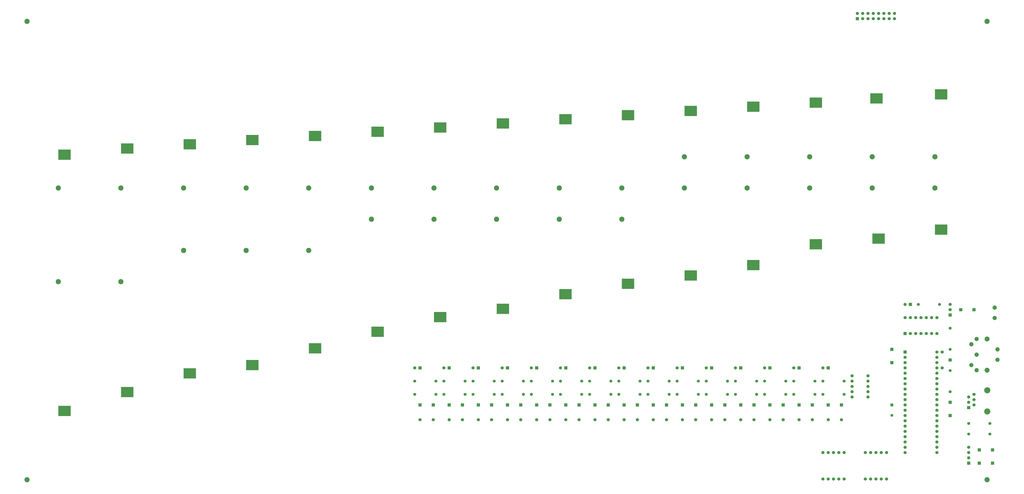
<source format=gbr>
From 9806e24649ec92d5f8eb3c8f41593382a5c6561d Mon Sep 17 00:00:00 2001
From: Nao Pross <naopross@thearcway.org>
Date: Thu, 22 Feb 2018 16:53:58 +0100
Subject: Finalize Steps Hardware

---
 .../GerberX2/Steps_Pads_Top.gbr                    | 775 +++++++++++++++++++++
 1 file changed, 775 insertions(+)
 create mode 100644 hw/Project Outputs for Steps/GerberX2/Steps_Pads_Top.gbr

(limited to 'hw/Project Outputs for Steps/GerberX2/Steps_Pads_Top.gbr')

diff --git a/hw/Project Outputs for Steps/GerberX2/Steps_Pads_Top.gbr b/hw/Project Outputs for Steps/GerberX2/Steps_Pads_Top.gbr
new file mode 100644
index 0000000..d3a18d4
--- /dev/null
+++ b/hw/Project Outputs for Steps/GerberX2/Steps_Pads_Top.gbr	
@@ -0,0 +1,775 @@
+G04 Layer_Color=255*
+%FSLAX42Y42*%
+%MOMM*%
+%TF.FileFunction,Pads,Top*%
+%TF.Part,Single*%
+G01*
+G75*
+%TA.AperFunction,ViaPad*%
+%ADD11C,2.50*%
+%TA.AperFunction,WasherPad*%
+%ADD12R,6.00X5.00*%
+%TA.AperFunction,ViaPad*%
+%ADD13C,1.52*%
+%TA.AperFunction,ComponentPad*%
+%ADD14C,1.40*%
+%ADD15R,1.50X1.50*%
+%ADD16C,1.50*%
+%ADD17C,2.03*%
+%ADD18R,1.50X1.50*%
+%ADD19R,1.50X1.50*%
+%ADD20C,1.50*%
+%ADD21C,2.39*%
+%ADD22R,1.35X1.35*%
+%ADD23C,1.35*%
+%ADD24C,2.95*%
+D11*
+X3500Y11500D02*
+D03*
+X6500D02*
+D03*
+X9500Y13000D02*
+D03*
+X12500D02*
+D03*
+X15500D02*
+D03*
+X18500Y14500D02*
+D03*
+X21500D02*
+D03*
+X24500D02*
+D03*
+X27500D02*
+D03*
+X30500D02*
+D03*
+X33500Y17500D02*
+D03*
+X36500D02*
+D03*
+X39500D02*
+D03*
+X42500D02*
+D03*
+X45500D02*
+D03*
+X42500Y16000D02*
+D03*
+X39500D02*
+D03*
+X36500D02*
+D03*
+X33500D02*
+D03*
+X30500D02*
+D03*
+X27500D02*
+D03*
+X24500D02*
+D03*
+X45500D02*
+D03*
+X21500D02*
+D03*
+X18500D02*
+D03*
+X15500D02*
+D03*
+X12500D02*
+D03*
+X9500D02*
+D03*
+X6500D02*
+D03*
+X3500D02*
+D03*
+X48000Y24000D02*
+D03*
+X2000D02*
+D03*
+Y2000D02*
+D03*
+X48000D02*
+D03*
+D12*
+X21800Y9800D02*
+D03*
+X24800Y10200D02*
+D03*
+X3800Y5300D02*
+D03*
+Y17600D02*
+D03*
+X6800Y17900D02*
+D03*
+Y6200D02*
+D03*
+X9800Y7100D02*
+D03*
+Y18100D02*
+D03*
+X12800Y7500D02*
+D03*
+Y18300D02*
+D03*
+X15800Y8300D02*
+D03*
+Y18500D02*
+D03*
+X18800Y9100D02*
+D03*
+Y18700D02*
+D03*
+X21800Y18900D02*
+D03*
+X24800Y19100D02*
+D03*
+X27800Y10900D02*
+D03*
+Y19300D02*
+D03*
+X30800Y11400D02*
+D03*
+Y19500D02*
+D03*
+X33800Y11800D02*
+D03*
+Y19700D02*
+D03*
+X36800Y12300D02*
+D03*
+Y19900D02*
+D03*
+X39800Y13300D02*
+D03*
+Y20100D02*
+D03*
+X42800Y13570D02*
+D03*
+X42700Y20300D02*
+D03*
+X45800Y14000D02*
+D03*
+Y20500D02*
+D03*
+D13*
+X45847Y7366D02*
+D03*
+Y8128D02*
+D03*
+X41529Y5969D02*
+D03*
+X42291D02*
+D03*
+X42164Y3302D02*
+D03*
+Y2032D02*
+D03*
+X42291Y6985D02*
+D03*
+X41529D02*
+D03*
+X43180Y2032D02*
+D03*
+X42926D02*
+D03*
+X42672D02*
+D03*
+X42418D02*
+D03*
+Y3296D02*
+D03*
+X42672Y3302D02*
+D03*
+X42926D02*
+D03*
+X43180D02*
+D03*
+X41148Y2032D02*
+D03*
+X40894D02*
+D03*
+X40640D02*
+D03*
+X40386D02*
+D03*
+X40132D02*
+D03*
+X41148Y3302D02*
+D03*
+X40894D02*
+D03*
+X40640D02*
+D03*
+X40386D02*
+D03*
+X40132D02*
+D03*
+X42291Y6731D02*
+D03*
+Y6477D02*
+D03*
+Y6223D02*
+D03*
+X41529D02*
+D03*
+Y6477D02*
+D03*
+X41535Y6731D02*
+D03*
+D14*
+X46228Y9271D02*
+D03*
+Y8255D02*
+D03*
+Y7239D02*
+D03*
+Y6223D02*
+D03*
+X48133Y4699D02*
+D03*
+X47117D02*
+D03*
+X48133Y4191D02*
+D03*
+X47117D02*
+D03*
+X45720Y10414D02*
+D03*
+X44704D02*
+D03*
+X33147Y6096D02*
+D03*
+X34163D02*
+D03*
+X33147Y6731D02*
+D03*
+X34163D02*
+D03*
+X24765Y6096D02*
+D03*
+X25781D02*
+D03*
+X24765Y6731D02*
+D03*
+X25781D02*
+D03*
+X23368Y6096D02*
+D03*
+X24384D02*
+D03*
+X23368Y6731D02*
+D03*
+X24384D02*
+D03*
+X21971Y6096D02*
+D03*
+X22987D02*
+D03*
+X21971Y6731D02*
+D03*
+X22987D02*
+D03*
+X20574Y6096D02*
+D03*
+X21590D02*
+D03*
+X20574Y6731D02*
+D03*
+X21590D02*
+D03*
+X31750Y6096D02*
+D03*
+X32766D02*
+D03*
+X31750Y6731D02*
+D03*
+X32766D02*
+D03*
+X30353Y6096D02*
+D03*
+X31369D02*
+D03*
+X30353Y6731D02*
+D03*
+X31369D02*
+D03*
+X28956Y6096D02*
+D03*
+X29972D02*
+D03*
+X28956Y6731D02*
+D03*
+X29972D02*
+D03*
+X27559Y6096D02*
+D03*
+X28575D02*
+D03*
+X27559Y6731D02*
+D03*
+X28575D02*
+D03*
+X26162Y6096D02*
+D03*
+X27178D02*
+D03*
+X26162Y6731D02*
+D03*
+X27178D02*
+D03*
+X34544Y6096D02*
+D03*
+X35560D02*
+D03*
+X34544Y6731D02*
+D03*
+X35560D02*
+D03*
+X35941Y6096D02*
+D03*
+X36957D02*
+D03*
+X35941Y6731D02*
+D03*
+X36957D02*
+D03*
+X37338Y6096D02*
+D03*
+X38354D02*
+D03*
+X37338Y6731D02*
+D03*
+X38354D02*
+D03*
+X38735Y6096D02*
+D03*
+X39751D02*
+D03*
+X38735Y6731D02*
+D03*
+X39751D02*
+D03*
+X40132Y6096D02*
+D03*
+X41148D02*
+D03*
+X40132Y6731D02*
+D03*
+X41148D02*
+D03*
+D15*
+X46228Y5080D02*
+D03*
+Y5715D02*
+D03*
+Y7747D02*
+D03*
+X47117Y2794D02*
+D03*
+X46228Y9906D02*
+D03*
+X33401Y5588D02*
+D03*
+X34036Y5587D02*
+D03*
+X25019Y5588D02*
+D03*
+X25654Y5587D02*
+D03*
+X23622Y5588D02*
+D03*
+X24257Y5587D02*
+D03*
+X22225Y5588D02*
+D03*
+X22860Y5587D02*
+D03*
+X21463D02*
+D03*
+X20828Y5588D02*
+D03*
+X32004D02*
+D03*
+X32639Y5587D02*
+D03*
+X30607Y5588D02*
+D03*
+X31242Y5587D02*
+D03*
+X29210Y5588D02*
+D03*
+X29845Y5587D02*
+D03*
+X27813Y5588D02*
+D03*
+X28448Y5587D02*
+D03*
+X26416Y5588D02*
+D03*
+X27051Y5587D02*
+D03*
+X34798Y5588D02*
+D03*
+X35433Y5587D02*
+D03*
+X36195Y5588D02*
+D03*
+X36830Y5587D02*
+D03*
+X37592Y5588D02*
+D03*
+X38227Y5587D02*
+D03*
+X38989Y5588D02*
+D03*
+X39624Y5587D02*
+D03*
+X40386Y5588D02*
+D03*
+X41021Y5587D02*
+D03*
+X48260Y3429D02*
+D03*
+X43434Y8255D02*
+D03*
+X47625Y3429D02*
+D03*
+X43434Y7620D02*
+D03*
+X47625Y2794D02*
+D03*
+X48260D02*
+D03*
+D16*
+X47117Y3048D02*
+D03*
+Y3302D02*
+D03*
+Y3556D02*
+D03*
+X46228Y10414D02*
+D03*
+Y10160D02*
+D03*
+X44069Y10414D02*
+D03*
+X33401Y4878D02*
+D03*
+X34036Y4877D02*
+D03*
+X33147Y7366D02*
+D03*
+X25019Y4878D02*
+D03*
+X25654Y4877D02*
+D03*
+X24765Y7366D02*
+D03*
+X23622Y4878D02*
+D03*
+X24257Y4877D02*
+D03*
+X23368Y7366D02*
+D03*
+X22225Y4878D02*
+D03*
+X22860Y4877D02*
+D03*
+X21971Y7366D02*
+D03*
+X20574D02*
+D03*
+X21463Y4877D02*
+D03*
+X20828Y4878D02*
+D03*
+X45593Y3302D02*
+D03*
+Y3556D02*
+D03*
+Y3810D02*
+D03*
+Y4064D02*
+D03*
+Y4318D02*
+D03*
+Y4572D02*
+D03*
+Y4826D02*
+D03*
+Y5080D02*
+D03*
+Y5334D02*
+D03*
+Y5588D02*
+D03*
+Y5842D02*
+D03*
+Y6096D02*
+D03*
+Y6350D02*
+D03*
+Y6604D02*
+D03*
+Y6858D02*
+D03*
+Y7112D02*
+D03*
+Y7366D02*
+D03*
+Y7620D02*
+D03*
+Y7874D02*
+D03*
+Y8128D02*
+D03*
+X44069Y3302D02*
+D03*
+Y3556D02*
+D03*
+Y3810D02*
+D03*
+Y4064D02*
+D03*
+Y4318D02*
+D03*
+Y4572D02*
+D03*
+Y4826D02*
+D03*
+Y5080D02*
+D03*
+Y5334D02*
+D03*
+Y5588D02*
+D03*
+Y5842D02*
+D03*
+Y6096D02*
+D03*
+Y6350D02*
+D03*
+Y6604D02*
+D03*
+Y6858D02*
+D03*
+Y7112D02*
+D03*
+Y7366D02*
+D03*
+Y7620D02*
+D03*
+Y7874D02*
+D03*
+X32004Y4878D02*
+D03*
+X32639Y4877D02*
+D03*
+X31750Y7366D02*
+D03*
+X30607Y4878D02*
+D03*
+X31242Y4877D02*
+D03*
+X30353Y7366D02*
+D03*
+X29210Y4878D02*
+D03*
+X29845Y4877D02*
+D03*
+X28956Y7366D02*
+D03*
+X27813Y4878D02*
+D03*
+X28448Y4877D02*
+D03*
+X27559Y7366D02*
+D03*
+X26416Y4878D02*
+D03*
+X27051Y4877D02*
+D03*
+X26162Y7366D02*
+D03*
+X34798Y4878D02*
+D03*
+X35433Y4877D02*
+D03*
+X34544Y7366D02*
+D03*
+X36195Y4878D02*
+D03*
+X36830Y4877D02*
+D03*
+X35941Y7366D02*
+D03*
+X37592Y4878D02*
+D03*
+X38227Y4877D02*
+D03*
+X37338Y7366D02*
+D03*
+X38989Y4878D02*
+D03*
+X39624Y4877D02*
+D03*
+X38735Y7366D02*
+D03*
+X40386Y4878D02*
+D03*
+X41021Y4877D02*
+D03*
+X40132Y7366D02*
+D03*
+X43561Y24384D02*
+D03*
+Y24130D02*
+D03*
+X43307Y24384D02*
+D03*
+Y24130D02*
+D03*
+X43053Y24384D02*
+D03*
+Y24130D02*
+D03*
+X42799Y24384D02*
+D03*
+Y24130D02*
+D03*
+X42545Y24384D02*
+D03*
+Y24130D02*
+D03*
+X42291Y24384D02*
+D03*
+Y24130D02*
+D03*
+X42037Y24384D02*
+D03*
+Y24130D02*
+D03*
+X41783Y24384D02*
+D03*
+D17*
+X48362Y9762D02*
+D03*
+Y10262D02*
+D03*
+X47498Y8001D02*
+D03*
+Y7250D02*
+D03*
+Y8752D02*
+D03*
+X47249Y7501D02*
+D03*
+Y8501D02*
+D03*
+X48499Y7751D02*
+D03*
+Y8251D02*
+D03*
+D18*
+X44323Y10414D02*
+D03*
+X33401Y7366D02*
+D03*
+X25019D02*
+D03*
+X23622D02*
+D03*
+X22225D02*
+D03*
+X20828D02*
+D03*
+X44069Y8128D02*
+D03*
+X32004Y7366D02*
+D03*
+X30607D02*
+D03*
+X29210D02*
+D03*
+X27813D02*
+D03*
+X26416D02*
+D03*
+X34798D02*
+D03*
+X36195D02*
+D03*
+X37592D02*
+D03*
+X38989D02*
+D03*
+X40386D02*
+D03*
+X41783Y24130D02*
+D03*
+X46736Y10160D02*
+D03*
+X47371D02*
+D03*
+D19*
+X44069Y9017D02*
+D03*
+X47117Y5461D02*
+D03*
+D20*
+X44323Y9017D02*
+D03*
+X44577D02*
+D03*
+X44831D02*
+D03*
+X45085D02*
+D03*
+X45339D02*
+D03*
+X45593D02*
+D03*
+X44069Y9779D02*
+D03*
+X44323D02*
+D03*
+X44577D02*
+D03*
+X44831D02*
+D03*
+X45085D02*
+D03*
+X45339D02*
+D03*
+X45593D02*
+D03*
+X47371Y5588D02*
+D03*
+Y5842D02*
+D03*
+X47117Y5715D02*
+D03*
+Y5969D02*
+D03*
+X47371Y6096D02*
+D03*
+D21*
+X47998Y7250D02*
+D03*
+Y8752D02*
+D03*
+D22*
+X43434Y5584D02*
+D03*
+D23*
+X43434Y5084D02*
+D03*
+D24*
+X48006Y6287D02*
+D03*
+Y5271D02*
+D03*
+%TF.MD5,820582078fa6151ac24ea034febf0eed*%
+M02*
-- 
cgit v1.2.1


</source>
